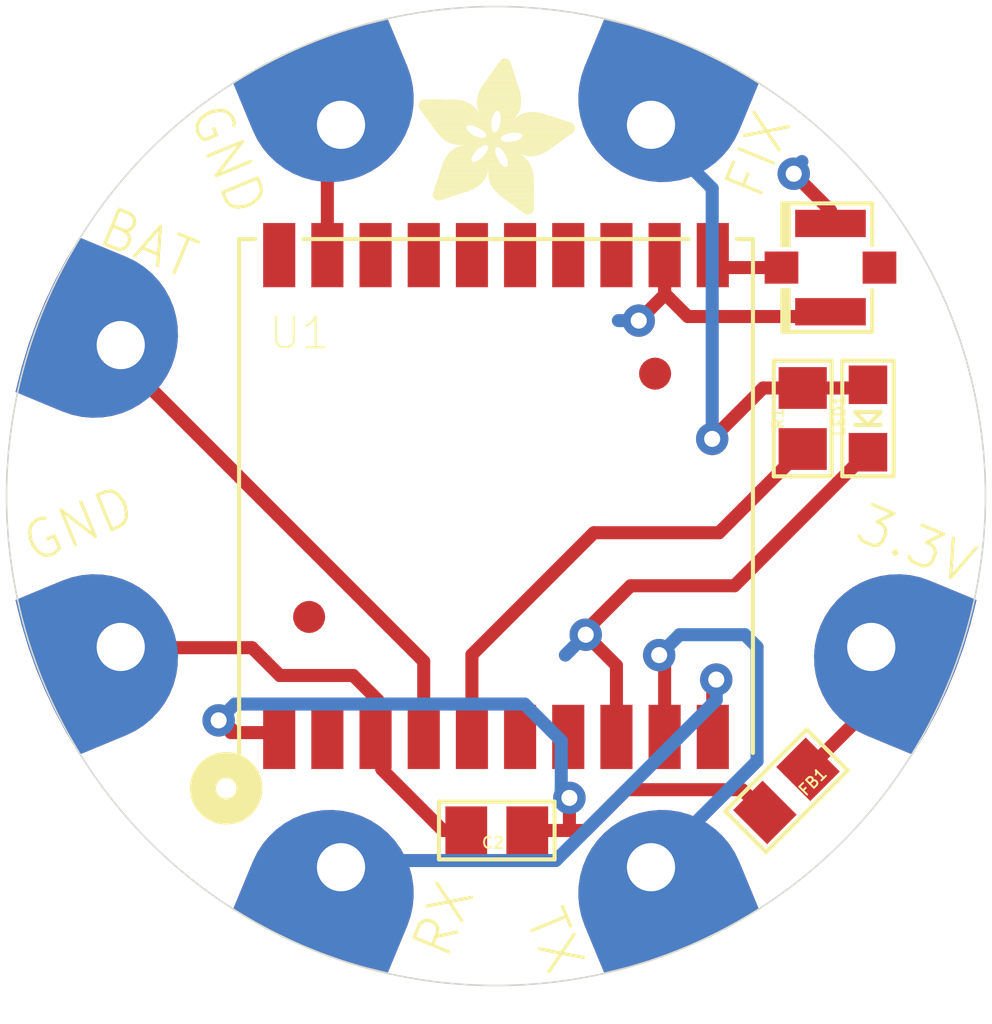
<source format=kicad_pcb>
(kicad_pcb (version 20211014) (generator pcbnew)
  (layers (0 "F.Cu" signal) (31 "B.Cu" signal) (34 "B.Paste" user) (35 "F.Paste" user) (36 "B.SilkS" user "B.Silkscreen") (37 "F.SilkS" user "F.Silkscreen") (38 "B.Mask" user) (39 "F.Mask" user) (44 "Edge.Cuts" user))
  (net 0 "")
  (net 1 "GND")
  (net 2 "3.3V")
  (net 3 "N$3")
  (net 4 "VBACKUP")
  (net 5 "N$4")
  (net 6 "N$1")
  (net 7 "N$2")
  (net 8 "RX")
  (net 9 "TX")
  (footprint "boardEagle:SEWINGTAP_2.0" (layer "F.Cu") (at 143.6751 116.5606 157.5)
    (fp_text reference "RX0" hide)
    (fp_text value "SEWTAP-2.0IN" hide)
    (fp_poly (pts (xy 1.097845 -2.657662) (xy 1.826708 -2.584729) (xy 2.6035 -2.467646) (xy 2.6035 -0.887081) (xy 2.584633 -0.575169) (xy 2.527959 -0.265914) (xy 2.434423 0.034255) (xy 2.305387 0.320961) (xy 2.142734 0.590022) (xy 1.948834 0.837517) (xy 1.726517 1.059834) (xy 1.479022 1.253734) (xy 1.209961 1.416387) (xy 0.923255 1.545423) (xy 0.623086 1.638959) (xy 0.313831 1.695633) (xy 0 1.714616) (xy -0.313831 1.695633) (xy -0.623086 1.638959) (xy -0.923255 1.545423) (xy -1.209961 1.416387) (xy -1.479022 1.253734) (xy -1.726517 1.059834) (xy -1.948834 0.837517) (xy -2.142734 0.590022) (xy -2.305387 0.320961) (xy -2.434423 0.034255) (xy -2.527959 -0.265914) (xy -2.584633 -0.575169) (xy -2.6035 -0.887081) (xy -2.6035 -2.467646) (xy -1.826708 -2.584729) (xy -1.097845 -2.657662) (xy -0.366252 -2.694174) (xy 0.366252 -2.694174)) (layer "F.Cu") (width 0) (fill solid))
    (fp_poly (pts (xy 1.097845 -2.657662) (xy 1.826708 -2.584729) (xy 2.6035 -2.467646) (xy 2.6035 -0.887081) (xy 2.584633 -0.575169) (xy 2.527959 -0.265914) (xy 2.434423 0.034255) (xy 2.305387 0.320961) (xy 2.142734 0.590022) (xy 1.948834 0.837517) (xy 1.726517 1.059834) (xy 1.479022 1.253734) (xy 1.209961 1.416387) (xy 0.923255 1.545423) (xy 0.623086 1.638959) (xy 0.313831 1.695633) (xy 0 1.714616) (xy -0.313831 1.695633) (xy -0.623086 1.638959) (xy -0.923255 1.545423) (xy -1.209961 1.416387) (xy -1.479022 1.253734) (xy -1.726517 1.059834) (xy -1.948834 0.837517) (xy -2.142734 0.590022) (xy -2.305387 0.320961) (xy -2.434423 0.034255) (xy -2.527959 -0.265914) (xy -2.584633 -0.575169) (xy -2.6035 -0.887081) (xy -2.6035 -2.467646) (xy -1.826708 -2.584729) (xy -1.097845 -2.657662) (xy -0.366252 -2.694174) (xy 0.366252 -2.694174)) (layer "B.Cu") (width 0) (fill solid))
    (pad "P$1" thru_hole circle (at 0 0 157.5) (size 2.54 2.54) (drill 1.5) (layers *.Cu *.Mask) (net 8 "RX"))
  )
  (footprint "boardEagle:CHIPLED_0805" (layer "F.Cu") (at 160.0821 102.5906 180)
    (fp_text reference "LED1" (at 0.889 0.762 90) (layer "F.SilkS") (effects (font (size 0.346578 0.346578) (thickness 0.059822)) (justify right)))
    (fp_text value "FIX")
    (pad "A" smd rect (at 0 1.05 180) (size 1.2 1.2) (layers "F.Cu" "F.Paste" "F.Mask") (net 6 "N$1"))
    (pad "C" smd rect (at 0 -1.05 180) (size 1.2 1.2) (layers "F.Cu" "F.Paste" "F.Mask") (net 1 "GND"))
  )
  (footprint "boardEagle:SEWINGTAP_2.0" (layer "F.Cu") (at 153.3271 116.5606 -157.5)
    (fp_text reference "TX0" hide)
    (fp_text value "SEWTAP-2.0IN" hide)
    (fp_poly (pts (xy 1.097845 -2.657662) (xy 1.826708 -2.584729) (xy 2.6035 -2.467646) (xy 2.6035 -0.887081) (xy 2.584633 -0.575169) (xy 2.527959 -0.265914) (xy 2.434423 0.034255) (xy 2.305387 0.320961) (xy 2.142734 0.590022) (xy 1.948834 0.837517) (xy 1.726517 1.059834) (xy 1.479022 1.253734) (xy 1.209961 1.416387) (xy 0.923255 1.545423) (xy 0.623086 1.638959) (xy 0.313831 1.695633) (xy 0 1.714616) (xy -0.313831 1.695633) (xy -0.623086 1.638959) (xy -0.923255 1.545423) (xy -1.209961 1.416387) (xy -1.479022 1.253734) (xy -1.726517 1.059834) (xy -1.948834 0.837517) (xy -2.142734 0.590022) (xy -2.305387 0.320961) (xy -2.434423 0.034255) (xy -2.527959 -0.265914) (xy -2.584633 -0.575169) (xy -2.6035 -0.887081) (xy -2.6035 -2.467646) (xy -1.826708 -2.584729) (xy -1.097845 -2.657662) (xy -0.366252 -2.694174) (xy 0.366252 -2.694174)) (layer "F.Cu") (width 0) (fill solid))
    (fp_poly (pts (xy 1.097845 -2.657662) (xy 1.826708 -2.584729) (xy 2.6035 -2.467646) (xy 2.6035 -0.887081) (xy 2.584633 -0.575169) (xy 2.527959 -0.265914) (xy 2.434423 0.034255) (xy 2.305387 0.320961) (xy 2.142734 0.590022) (xy 1.948834 0.837517) (xy 1.726517 1.059834) (xy 1.479022 1.253734) (xy 1.209961 1.416387) (xy 0.923255 1.545423) (xy 0.623086 1.638959) (xy 0.313831 1.695633) (xy 0 1.714616) (xy -0.313831 1.695633) (xy -0.623086 1.638959) (xy -0.923255 1.545423) (xy -1.209961 1.416387) (xy -1.479022 1.253734) (xy -1.726517 1.059834) (xy -1.948834 0.837517) (xy -2.142734 0.590022) (xy -2.305387 0.320961) (xy -2.434423 0.034255) (xy -2.527959 -0.265914) (xy -2.584633 -0.575169) (xy -2.6035 -0.887081) (xy -2.6035 -2.467646) (xy -1.826708 -2.584729) (xy -1.097845 -2.657662) (xy -0.366252 -2.694174) (xy 0.366252 -2.694174)) (layer "B.Cu") (width 0) (fill solid))
    (pad "P$1" thru_hole circle (at 0 0 202.5) (size 2.54 2.54) (drill 1.5) (layers *.Cu *.Mask) (net 9 "TX"))
  )
  (footprint "boardEagle:SEWINGTAP_2.0" (layer "F.Cu") (at 136.8171 109.7026 112.5)
    (fp_text reference "GND0" hide)
    (fp_text value "SEWTAP-2.0IN" hide)
    (fp_poly (pts (xy 1.097845 -2.657662) (xy 1.826708 -2.584729) (xy 2.6035 -2.467646) (xy 2.6035 -0.887081) (xy 2.584633 -0.575169) (xy 2.527959 -0.265914) (xy 2.434423 0.034255) (xy 2.305387 0.320961) (xy 2.142734 0.590022) (xy 1.948834 0.837517) (xy 1.726517 1.059834) (xy 1.479022 1.253734) (xy 1.209961 1.416387) (xy 0.923255 1.545423) (xy 0.623086 1.638959) (xy 0.313831 1.695633) (xy 0 1.714616) (xy -0.313831 1.695633) (xy -0.623086 1.638959) (xy -0.923255 1.545423) (xy -1.209961 1.416387) (xy -1.479022 1.253734) (xy -1.726517 1.059834) (xy -1.948834 0.837517) (xy -2.142734 0.590022) (xy -2.305387 0.320961) (xy -2.434423 0.034255) (xy -2.527959 -0.265914) (xy -2.584633 -0.575169) (xy -2.6035 -0.887081) (xy -2.6035 -2.467646) (xy -1.826708 -2.584729) (xy -1.097845 -2.657662) (xy -0.366252 -2.694174) (xy 0.366252 -2.694174)) (layer "F.Cu") (width 0) (fill solid))
    (fp_poly (pts (xy 1.097845 -2.657662) (xy 1.826708 -2.584729) (xy 2.6035 -2.467646) (xy 2.6035 -0.887081) (xy 2.584633 -0.575169) (xy 2.527959 -0.265914) (xy 2.434423 0.034255) (xy 2.305387 0.320961) (xy 2.142734 0.590022) (xy 1.948834 0.837517) (xy 1.726517 1.059834) (xy 1.479022 1.253734) (xy 1.209961 1.416387) (xy 0.923255 1.545423) (xy 0.623086 1.638959) (xy 0.313831 1.695633) (xy 0 1.714616) (xy -0.313831 1.695633) (xy -0.623086 1.638959) (xy -0.923255 1.545423) (xy -1.209961 1.416387) (xy -1.479022 1.253734) (xy -1.726517 1.059834) (xy -1.948834 0.837517) (xy -2.142734 0.590022) (xy -2.305387 0.320961) (xy -2.434423 0.034255) (xy -2.527959 -0.265914) (xy -2.584633 -0.575169) (xy -2.6035 -0.887081) (xy -2.6035 -2.467646) (xy -1.826708 -2.584729) (xy -1.097845 -2.657662) (xy -0.366252 -2.694174) (xy 0.366252 -2.694174)) (layer "B.Cu") (width 0) (fill solid))
    (pad "P$1" thru_hole circle (at 0 0 112.5) (size 2.54 2.54) (drill 1.5) (layers *.Cu *.Mask) (net 1 "GND"))
  )
  (footprint "boardEagle:0805" (layer "F.Cu") (at 157.544093 114.183234 -135)
    (fp_text reference "FB1" (at -0.254002 -0.380998 -135) (layer "F.SilkS") (effects (font (size 0.346578 0.346578) (thickness 0.059822)) (justify left)))
    (fp_text value "Ferrite")
    (pad "1" smd rect (at -0.95 0 225) (size 1.3 1.5) (layers "F.Cu" "F.Paste" "F.Mask") (net 3 "N$3"))
    (pad "2" smd rect (at 0.95 0 225) (size 1.3 1.5) (layers "F.Cu" "F.Paste" "F.Mask") (net 2 "3.3V"))
  )
  (footprint "boardEagle:0805" (layer "F.Cu") (at 158.0501 102.5906 -90)
    (fp_text reference "R1" (at -0.381 0.762 90) (layer "F.SilkS") (effects (font (size 0.346578 0.346578) (thickness 0.059822)) (justify right)))
    (fp_text value "1K")
    (pad "1" smd rect (at -0.95 0 270) (size 1.3 1.5) (layers "F.Cu" "F.Paste" "F.Mask") (net 6 "N$1"))
    (pad "2" smd rect (at 0.95 0 270) (size 1.3 1.5) (layers "F.Cu" "F.Paste" "F.Mask") (net 7 "N$2"))
  )
  (footprint "boardEagle:U.FL" (layer "F.Cu") (at 158.9151 97.8916 180)
    (fp_text reference "U$20" hide)
    (fp_text value "U.FL" hide)
    (pad "P$1" smd rect (at 0 -1.375 180) (size 2.2 0.85) (layers "F.Cu" "F.Paste" "F.Mask") (net 1 "GND"))
    (pad "P$2" smd rect (at 0 1.375 180) (size 2.2 0.85) (layers "F.Cu" "F.Paste" "F.Mask") (net 1 "GND"))
    (pad "P$3" smd rect (at 1.525 0 180) (size 1.05 1) (layers "F.Cu" "F.Paste" "F.Mask") (net 5 "N$4"))
    (pad "P$4" smd rect (at -1.525 0 180) (size 1.05 1) (layers "F.Cu" "F.Paste" "F.Mask"))
  )
  (footprint "boardEagle:FGPMMOPA6H" (layer "F.Cu") (at 148.5011 105.0036 90)
    (fp_text reference "U1" (at 5.071 -7.111) (layer "F.SilkS") (effects (font (size 0.956178 0.956178) (thickness 0.059822)) (justify left)))
    (fp_text value "FGPMMOPA6H")
    (pad "" np_thru_hole circle (at 0.5 -0.85 90) (size 3 3) (drill 3) (layers *.Cu *.Mask))
    (pad "P$1" smd rect (at -7.5 -6.75 90) (size 2 1) (layers "F.Cu" "F.Paste" "F.Mask") (net 2 "3.3V"))
    (pad "P$2" smd rect (at -7.5 -5.25 90) (size 2 1) (layers "F.Cu" "F.Paste" "F.Mask"))
    (pad "P$3" smd rect (at -7.5 -3.75 90) (size 2 1) (layers "F.Cu" "F.Paste" "F.Mask") (net 1 "GND"))
    (pad "P$4" smd rect (at -7.5 -2.25 90) (size 2 1) (layers "F.Cu" "F.Paste" "F.Mask") (net 4 "VBACKUP"))
    (pad "P$5" smd rect (at -7.5 -0.75 90) (size 2 1) (layers "F.Cu" "F.Paste" "F.Mask") (net 7 "N$2"))
    (pad "P$6" smd rect (at -7.5 0.75 90) (size 2 1) (layers "F.Cu" "F.Paste" "F.Mask"))
    (pad "P$7" smd rect (at -7.5 2.25 90) (size 2 1) (layers "F.Cu" "F.Paste" "F.Mask"))
    (pad "P$8" smd rect (at -7.5 3.75 90) (size 2 1) (layers "F.Cu" "F.Paste" "F.Mask") (net 1 "GND"))
    (pad "P$9" smd rect (at -7.5 5.25 90) (size 2 1) (layers "F.Cu" "F.Paste" "F.Mask") (net 9 "TX"))
    (pad "P$10" smd rect (at -7.5 6.75 90) (size 2 1) (layers "F.Cu" "F.Paste" "F.Mask") (net 8 "RX"))
    (pad "P$11" smd rect (at 7.5 6.75 270) (size 2 1) (layers "F.Cu" "F.Paste" "F.Mask") (net 5 "N$4"))
    (pad "P$12" smd rect (at 7.5 5.25 270) (size 2 1) (layers "F.Cu" "F.Paste" "F.Mask") (net 1 "GND"))
    (pad "P$13" smd rect (at 7.5 3.75 270) (size 2 1) (layers "F.Cu" "F.Paste" "F.Mask"))
    (pad "P$14" smd rect (at 7.5 2.25 270) (size 2 1) (layers "F.Cu" "F.Paste" "F.Mask"))
    (pad "P$15" smd rect (at 7.5 0.75 270) (size 2 1) (layers "F.Cu" "F.Paste" "F.Mask"))
    (pad "P$16" smd rect (at 7.5 -0.75 270) (size 2 1) (layers "F.Cu" "F.Paste" "F.Mask"))
    (pad "P$17" smd rect (at 7.5 -2.25 270) (size 2 1) (layers "F.Cu" "F.Paste" "F.Mask"))
    (pad "P$18" smd rect (at 7.5 -3.75 270) (size 2 1) (layers "F.Cu" "F.Paste" "F.Mask"))
    (pad "P$19" smd rect (at 7.5 -5.25 270) (size 2 1) (layers "F.Cu" "F.Paste" "F.Mask") (net 1 "GND"))
    (pad "P$20" smd rect (at 7.5 -6.75 270) (size 2 1) (layers "F.Cu" "F.Paste" "F.Mask"))
  )
  (footprint "boardEagle:FIDUCIAL_1MM" (layer "F.Cu") (at 142.6821 108.7686)
    (fp_text reference "FID2" hide)
    (fp_text value "FIDUCIAL\"\"" hide)
    (pad "1" smd roundrect (at 0 0) (size 1 1) (layers "F.Cu") (roundrect_rratio 0.5))
  )
  (footprint "boardEagle:SEWINGTAP_2.0" (layer "F.Cu") (at 160.1851 109.7026 -112.5)
    (fp_text reference "UNK3V3IN0" hide)
    (fp_text value "SEWTAP-2.0IN" hide)
    (fp_poly (pts (xy 1.097845 -2.657662) (xy 1.826708 -2.584729) (xy 2.6035 -2.467646) (xy 2.6035 -0.887081) (xy 2.584633 -0.575169) (xy 2.527959 -0.265914) (xy 2.434423 0.034255) (xy 2.305387 0.320961) (xy 2.142734 0.590022) (xy 1.948834 0.837517) (xy 1.726517 1.059834) (xy 1.479022 1.253734) (xy 1.209961 1.416387) (xy 0.923255 1.545423) (xy 0.623086 1.638959) (xy 0.313831 1.695633) (xy 0 1.714616) (xy -0.313831 1.695633) (xy -0.623086 1.638959) (xy -0.923255 1.545423) (xy -1.209961 1.416387) (xy -1.479022 1.253734) (xy -1.726517 1.059834) (xy -1.948834 0.837517) (xy -2.142734 0.590022) (xy -2.305387 0.320961) (xy -2.434423 0.034255) (xy -2.527959 -0.265914) (xy -2.584633 -0.575169) (xy -2.6035 -0.887081) (xy -2.6035 -2.467646) (xy -1.826708 -2.584729) (xy -1.097845 -2.657662) (xy -0.366252 -2.694174) (xy 0.366252 -2.694174)) (layer "F.Cu") (width 0) (fill solid))
    (fp_poly (pts (xy 1.097845 -2.657662) (xy 1.826708 -2.584729) (xy 2.6035 -2.467646) (xy 2.6035 -0.887081) (xy 2.584633 -0.575169) (xy 2.527959 -0.265914) (xy 2.434423 0.034255) (xy 2.305387 0.320961) (xy 2.142734 0.590022) (xy 1.948834 0.837517) (xy 1.726517 1.059834) (xy 1.479022 1.253734) (xy 1.209961 1.416387) (xy 0.923255 1.545423) (xy 0.623086 1.638959) (xy 0.313831 1.695633) (xy 0 1.714616) (xy -0.313831 1.695633) (xy -0.623086 1.638959) (xy -0.923255 1.545423) (xy -1.209961 1.416387) (xy -1.479022 1.253734) (xy -1.726517 1.059834) (xy -1.948834 0.837517) (xy -2.142734 0.590022) (xy -2.305387 0.320961) (xy -2.434423 0.034255) (xy -2.527959 -0.265914) (xy -2.584633 -0.575169) (xy -2.6035 -0.887081) (xy -2.6035 -2.467646) (xy -1.826708 -2.584729) (xy -1.097845 -2.657662) (xy -0.366252 -2.694174) (xy 0.366252 -2.694174)) (layer "B.Cu") (width 0) (fill solid))
    (pad "P$1" thru_hole circle (at 0 0 247.5) (size 2.54 2.54) (drill 1.5) (layers *.Cu *.Mask) (net 3 "N$3"))
  )
  (footprint "boardEagle:FIDUCIAL_1MM" (layer "F.Cu") (at 153.4541 101.1936)
    (fp_text reference "FID1" hide)
    (fp_text value "FIDUCIAL\"\"" hide)
    (pad "1" smd roundrect (at 0 0) (size 1 1) (layers "F.Cu") (roundrect_rratio 0.5))
  )
  (footprint "boardEagle:0805" (layer "F.Cu") (at 148.5251 115.4176 180)
    (fp_text reference "C2" (at -0.254 -0.381) (layer "F.SilkS") (effects (font (size 0.346578 0.346578) (thickness 0.059822)) (justify right)))
    (fp_text value "10uF")
    (pad "1" smd rect (at -0.95 0 180) (size 1.3 1.5) (layers "F.Cu" "F.Paste" "F.Mask") (net 2 "3.3V"))
    (pad "2" smd rect (at 0.95 0 180) (size 1.3 1.5) (layers "F.Cu" "F.Paste" "F.Mask") (net 1 "GND"))
  )
  (footprint "boardEagle:SEWINGTAP_2.0" (layer "F.Cu") (at 143.6751 93.4466 22.5)
    (fp_text reference "GND1" hide)
    (fp_text value "SEWTAP-2.0IN" hide)
    (fp_poly (pts (xy 1.097845 -2.657662) (xy 1.826708 -2.584729) (xy 2.6035 -2.467646) (xy 2.6035 -0.887081) (xy 2.584633 -0.575169) (xy 2.527959 -0.265914) (xy 2.434423 0.034255) (xy 2.305387 0.320961) (xy 2.142734 0.590022) (xy 1.948834 0.837517) (xy 1.726517 1.059834) (xy 1.479022 1.253734) (xy 1.209961 1.416387) (xy 0.923255 1.545423) (xy 0.623086 1.638959) (xy 0.313831 1.695633) (xy 0 1.714616) (xy -0.313831 1.695633) (xy -0.623086 1.638959) (xy -0.923255 1.545423) (xy -1.209961 1.416387) (xy -1.479022 1.253734) (xy -1.726517 1.059834) (xy -1.948834 0.837517) (xy -2.142734 0.590022) (xy -2.305387 0.320961) (xy -2.434423 0.034255) (xy -2.527959 -0.265914) (xy -2.584633 -0.575169) (xy -2.6035 -0.887081) (xy -2.6035 -2.467646) (xy -1.826708 -2.584729) (xy -1.097845 -2.657662) (xy -0.366252 -2.694174) (xy 0.366252 -2.694174)) (layer "F.Cu") (width 0) (fill solid))
    (fp_poly (pts (xy 1.097845 -2.657662) (xy 1.826708 -2.584729) (xy 2.6035 -2.467646) (xy 2.6035 -0.887081) (xy 2.584633 -0.575169) (xy 2.527959 -0.265914) (xy 2.434423 0.034255) (xy 2.305387 0.320961) (xy 2.142734 0.590022) (xy 1.948834 0.837517) (xy 1.726517 1.059834) (xy 1.479022 1.253734) (xy 1.209961 1.416387) (xy 0.923255 1.545423) (xy 0.623086 1.638959) (xy 0.313831 1.695633) (xy 0 1.714616) (xy -0.313831 1.695633) (xy -0.623086 1.638959) (xy -0.923255 1.545423) (xy -1.209961 1.416387) (xy -1.479022 1.253734) (xy -1.726517 1.059834) (xy -1.948834 0.837517) (xy -2.142734 0.590022) (xy -2.305387 0.320961) (xy -2.434423 0.034255) (xy -2.527959 -0.265914) (xy -2.584633 -0.575169) (xy -2.6035 -0.887081) (xy -2.6035 -2.467646) (xy -1.826708 -2.584729) (xy -1.097845 -2.657662) (xy -0.366252 -2.694174) (xy 0.366252 -2.694174)) (layer "B.Cu") (width 0) (fill solid))
    (pad "P$1" thru_hole circle (at 0 0 22.5) (size 2.54 2.54) (drill 1.5) (layers *.Cu *.Mask) (net 1 "GND"))
  )
  (footprint "boardEagle:SEWINGTAP_2.0" (layer "F.Cu") (at 136.8171 100.3046 67.5)
    (fp_text reference "TP1" hide)
    (fp_text value "SEWTAP-2.0IN" hide)
    (fp_poly (pts (xy 1.097845 -2.657662) (xy 1.826708 -2.584729) (xy 2.6035 -2.467646) (xy 2.6035 -0.887081) (xy 2.584633 -0.575169) (xy 2.527959 -0.265914) (xy 2.434423 0.034255) (xy 2.305387 0.320961) (xy 2.142734 0.590022) (xy 1.948834 0.837517) (xy 1.726517 1.059834) (xy 1.479022 1.253734) (xy 1.209961 1.416387) (xy 0.923255 1.545423) (xy 0.623086 1.638959) (xy 0.313831 1.695633) (xy 0 1.714616) (xy -0.313831 1.695633) (xy -0.623086 1.638959) (xy -0.923255 1.545423) (xy -1.209961 1.416387) (xy -1.479022 1.253734) (xy -1.726517 1.059834) (xy -1.948834 0.837517) (xy -2.142734 0.590022) (xy -2.305387 0.320961) (xy -2.434423 0.034255) (xy -2.527959 -0.265914) (xy -2.584633 -0.575169) (xy -2.6035 -0.887081) (xy -2.6035 -2.467646) (xy -1.826708 -2.584729) (xy -1.097845 -2.657662) (xy -0.366252 -2.694174) (xy 0.366252 -2.694174)) (layer "F.Cu") (width 0) (fill solid))
    (fp_poly (pts (xy 1.097845 -2.657662) (xy 1.826708 -2.584729) (xy 2.6035 -2.467646) (xy 2.6035 -0.887081) (xy 2.584633 -0.575169) (xy 2.527959 -0.265914) (xy 2.434423 0.034255) (xy 2.305387 0.320961) (xy 2.142734 0.590022) (xy 1.948834 0.837517) (xy 1.726517 1.059834) (xy 1.479022 1.253734) (xy 1.209961 1.416387) (xy 0.923255 1.545423) (xy 0.623086 1.638959) (xy 0.313831 1.695633) (xy 0 1.714616) (xy -0.313831 1.695633) (xy -0.623086 1.638959) (xy -0.923255 1.545423) (xy -1.209961 1.416387) (xy -1.479022 1.253734) (xy -1.726517 1.059834) (xy -1.948834 0.837517) (xy -2.142734 0.590022) (xy -2.305387 0.320961) (xy -2.434423 0.034255) (xy -2.527959 -0.265914) (xy -2.584633 -0.575169) (xy -2.6035 -0.887081) (xy -2.6035 -2.467646) (xy -1.826708 -2.584729) (xy -1.097845 -2.657662) (xy -0.366252 -2.694174) (xy 0.366252 -2.694174)) (layer "B.Cu") (width 0) (fill solid))
    (pad "P$1" thru_hole circle (at 0 0 67.5) (size 2.54 2.54) (drill 1.5) (layers *.Cu *.Mask) (net 4 "VBACKUP"))
  )
  (footprint "boardEagle:SEWINGTAP_2.0" (layer "F.Cu") (at 153.3271 93.4466 -22.5)
    (fp_text reference "TP4" hide)
    (fp_text value "SEWTAP-2.0IN" hide)
    (fp_poly (pts (xy 1.097845 -2.657662) (xy 1.826708 -2.584729) (xy 2.6035 -2.467646) (xy 2.6035 -0.887081) (xy 2.584633 -0.575169) (xy 2.527959 -0.265914) (xy 2.434423 0.034255) (xy 2.305387 0.320961) (xy 2.142734 0.590022) (xy 1.948834 0.837517) (xy 1.726517 1.059834) (xy 1.479022 1.253734) (xy 1.209961 1.416387) (xy 0.923255 1.545423) (xy 0.623086 1.638959) (xy 0.313831 1.695633) (xy 0 1.714616) (xy -0.313831 1.695633) (xy -0.623086 1.638959) (xy -0.923255 1.545423) (xy -1.209961 1.416387) (xy -1.479022 1.253734) (xy -1.726517 1.059834) (xy -1.948834 0.837517) (xy -2.142734 0.590022) (xy -2.305387 0.320961) (xy -2.434423 0.034255) (xy -2.527959 -0.265914) (xy -2.584633 -0.575169) (xy -2.6035 -0.887081) (xy -2.6035 -2.467646) (xy -1.826708 -2.584729) (xy -1.097845 -2.657662) (xy -0.366252 -2.694174) (xy 0.366252 -2.694174)) (layer "F.Cu") (width 0) (fill solid))
    (fp_poly (pts (xy 1.097845 -2.657662) (xy 1.826708 -2.584729) (xy 2.6035 -2.467646) (xy 2.6035 -0.887081) (xy 2.584633 -0.575169) (xy 2.527959 -0.265914) (xy 2.434423 0.034255) (xy 2.305387 0.320961) (xy 2.142734 0.590022) (xy 1.948834 0.837517) (xy 1.726517 1.059834) (xy 1.479022 1.253734) (xy 1.209961 1.416387) (xy 0.923255 1.545423) (xy 0.623086 1.638959) (xy 0.313831 1.695633) (xy 0 1.714616) (xy -0.313831 1.695633) (xy -0.623086 1.638959) (xy -0.923255 1.545423) (xy -1.209961 1.416387) (xy -1.479022 1.253734) (xy -1.726517 1.059834) (xy -1.948834 0.837517) (xy -2.142734 0.590022) (xy -2.305387 0.320961) (xy -2.434423 0.034255) (xy -2.527959 -0.265914) (xy -2.584633 -0.575169) (xy -2.6035 -0.887081) (xy -2.6035 -2.467646) (xy -1.826708 -2.584729) (xy -1.097845 -2.657662) (xy -0.366252 -2.694174) (xy 0.366252 -2.694174)) (layer "B.Cu") (width 0) (fill solid))
    (pad "P$1" thru_hole circle (at 0 0 337.5) (size 2.54 2.54) (drill 1.5) (layers *.Cu *.Mask) (net 6 "N$1"))
  )
  (footprint "boardEagle:ADAFRUIT_5MM" (layer "F.Cu") (at 146.0881 96.2406)
    (fp_text reference "U$6" hide)
    (fp_text value "" hide)
  )
  (footprint "boardEagle:FLORASMALL" (layer "B.Cu") (at 158.0261 97.2566 -90)
    (fp_text reference "U$7" hide)
    (fp_text value "" hide)
  )
  (gr_arc (start 148.5011 89.7636) (mid 159.277407 94.227293) (end 163.7411 105.0036) (layer "Edge.Cuts") (width 0.05))
  (gr_arc (start 148.5011 120.2436) (mid 137.724793 115.779907) (end 133.2611 105.0036) (layer "Edge.Cuts") (width 0.05))
  (gr_arc (start 133.2611 105.0036) (mid 137.724793 94.227293) (end 148.5011 89.7636) (layer "Edge.Cuts") (width 0.05))
  (gr_arc (start 163.7411 105.0036) (mid 159.277407 115.779907) (end 148.5011 120.2436) (layer "Edge.Cuts") (width 0.05))
  (gr_text "TX" (at 151.362237 119.5686 292.5) (layer "F.SilkS") (effects (font (size 1.1684 1.1684) (thickness 0.1016)) (justify right top)))
  (gr_text "GND" (at 134.063629 107.232393 22.5) (layer "F.SilkS") (effects (font (size 1.1684 1.1684) (thickness 0.1016)) (justify left bottom)))
  (gr_text "GND" (at 141.486835 95.966472 292.5) (layer "F.SilkS") (effects (font (size 1.1684 1.1684) (thickness 0.1016)) (justify right top)))
  (gr_text "3.3V" (at 163.644956 106.633403 337.5) (layer "F.SilkS") (effects (font (size 1.1684 1.1684) (thickness 0.1016)) (justify right top)))
  (gr_text "FIX" (at 156.767093 95.938266 67.5) (layer "F.SilkS") (effects (font (size 1.1684 1.1684) (thickness 0.1016)) (justify left bottom)))
  (gr_text "BAT" (at 135.946904 97.1586 337.5) (layer "F.SilkS") (effects (font (size 1.1684 1.1684) (thickness 0.1016)) (justify left bottom)))
  (gr_text "RX" (at 147.035904 119.570462 67.5) (layer "F.SilkS") (effects (font (size 1.1684 1.1684) (thickness 0.1016)) (justify left bottom)))
  (segment (start 140.903988 109.725487) (end 141.7701 110.5916) (width 0.4064) (layer "F.Cu") (net 1))
  (segment (start 143.2511 93.4466) (end 143.6751 93.4466) (width 0.4064) (layer "F.Cu") (net 1))
  (segment (start 144.0561 110.5916) (end 144.8181 111.3536) (width 0.4064) (layer "F.Cu") (net 1))
  (segment (start 147.5751 115.4176) (end 146.8501 115.4176) (width 0.4064) (layer "F.Cu") (net 1))
  (segment (start 141.7701 110.5916) (end 144.0561 110.5916) (width 0.4064) (layer "F.Cu") (net 1))
  (segment (start 158.9151 96.5166) (end 158.9151 96.1136) (width 0.4064) (layer "F.Cu") (net 1))
  (segment (start 158.9151 99.4156) (end 158.9151 99.2666) (width 0.4064) (layer "F.Cu") (net 1))
  (segment (start 144.9451 112.6976) (end 144.7511 112.5036) (width 0.4064) (layer "F.Cu") (net 1))
  (segment (start 136.8171 109.725487) (end 136.8171 109.7026) (width 0.4064) (layer "F.Cu") (net 1))
  (segment (start 160.0821 103.6406) (end 155.9251 107.7976) (width 0.4064) (layer "F.Cu") (net 1))
  (segment (start 152.6921 107.7976) (end 151.2951 109.1946) (width 0.4064) (layer "F.Cu") (net 1))
  (segment (start 153.7511 98.7376) (end 152.9461 99.5426) (width 0.4064) (layer "F.Cu") (net 1))
  (segment (start 144.8181 112.4366) (end 144.7511 112.5036) (width 0.4064) (layer "F.Cu") (net 1))
  (segment (start 153.7511 98.6966) (end 153.7511 97.5036) (width 0.4064) (layer "F.Cu") (net 1))
  (segment (start 153.7511 97.5036) (end 153.7511 98.7376) (width 0.4064) (layer "F.Cu") (net 1))
  (segment (start 152.2511 110.2776) (end 151.2951 109.3216) (width 0.4064) (layer "F.Cu") (net 1))
  (segment (start 143.2511 97.5036) (end 143.2511 93.4466) (width 0.4064) (layer "F.Cu") (net 1))
  (segment (start 155.9251 107.7976) (end 152.6921 107.7976) (width 0.4064) (layer "F.Cu") (net 1))
  (segment (start 144.8181 111.3536) (end 144.8181 112.4366) (width 0.4064) (layer "F.Cu") (net 1))
  (segment (start 151.2951 109.1946) (end 151.2951 109.3216) (width 0.4064) (layer "F.Cu") (net 1))
  (segment (start 146.8501 115.4176) (end 144.9451 113.5126) (width 0.4064) (layer "F.Cu") (net 1))
  (segment (start 140.903988 109.725487) (end 136.8171 109.725487) (width 0.4064) (layer "F.Cu") (net 1))
  (segment (start 158.9151 96.1136) (end 157.7721 94.9706) (width 0.4064) (layer "F.Cu") (net 1))
  (segment (start 154.4701 99.4156) (end 153.7511 98.6966) (width 0.4064) (layer "F.Cu") (net 1))
  (segment (start 144.9451 113.5126) (end 144.9451 112.6976) (width 0.4064) (layer "F.Cu") (net 1))
  (segment (start 158.9151 99.4156) (end 154.4701 99.4156) (width 0.4064) (layer "F.Cu") (net 1))
  (segment (start 152.2511 112.5036) (end 152.2511 110.2776) (width 0.4064) (layer "F.Cu") (net 1))
  (via (at 157.7721 94.9706) (size 1.008) (drill 0.5) (layers "F.Cu" "B.Cu") (net 1))
  (via (at 152.9461 99.5426) (size 1.008) (drill 0.5) (layers "F.Cu" "B.Cu") (net 1))
  (via (at 151.2951 109.3216) (size 1.008) (drill 0.5) (layers "F.Cu" "B.Cu") (net 1))
  (segment (start 152.9461 99.5426) (end 152.3111 99.5426) (width 0.4064) (layer "B.Cu") (net 1))
  (segment (start 157.7721 94.8436) (end 158.0261 94.5896) (width 0.4064) (layer "B.Cu") (net 1))
  (segment (start 157.7721 94.9706) (end 157.7721 94.8436) (width 0.4064) (layer "B.Cu") (net 1))
  (segment (start 151.2951 109.3216) (end 150.6601 109.9566) (width 0.4064) (layer "B.Cu") (net 1))
  (segment (start 141.7511 112.5036) (end 141.6171 112.3696) (width 0.4064) (layer "F.Cu") (net 2))
  (segment (start 156.164956 114.1476) (end 152.5651 114.1476) (width 0.4064) (layer "F.Cu") (net 2))
  (segment (start 139.9921 111.9886) (end 140.3731 112.3696) (width 0.4064) (layer "F.Cu") (net 2))
  (segment (start 152.5651 114.1476) (end 151.2951 115.4176) (width 0.4064) (layer "F.Cu") (net 2))
  (segment (start 150.7871 114.4016) (end 150.7871 115.2906) (width 0.4064) (layer "F.Cu") (net 2))
  (segment (start 150.6601 115.4176) (end 149.4751 115.4176) (width 0.4064) (layer "F.Cu") (net 2))
  (segment (start 156.87234 114.854984) (end 156.164956 114.1476) (width 0.4064) (layer "F.Cu") (net 2))
  (segment (start 151.2951 115.4176) (end 150.6601 115.4176) (width 0.4064) (layer "F.Cu") (net 2))
  (segment (start 141.6171 112.3696) (end 140.3731 112.3696) (width 0.4064) (layer "F.Cu") (net 2))
  (segment (start 140.3731 112.3696) (end 140.2461 112.3696) (width 0.4064) (layer "F.Cu") (net 2))
  (segment (start 150.7871 115.2906) (end 150.6601 115.4176) (width 0.4064) (layer "F.Cu") (net 2))
  (segment (start 139.8651 111.9886) (end 139.9921 111.9886) (width 0.4064) (layer "F.Cu") (net 2))
  (via (at 139.8651 111.9886) (size 1.008) (drill 0.5) (layers "F.Cu" "B.Cu") (net 2))
  (via (at 150.7871 114.4016) (size 1.008) (drill 0.5) (layers "F.Cu" "B.Cu") (net 2))
  (segment (start 150.5331 114.1476) (end 150.7871 114.4016) (width 0.4064) (layer "B.Cu") (net 2))
  (segment (start 150.5331 112.6236) (end 150.5331 114.1476) (width 0.4064) (layer "B.Cu") (net 2))
  (segment (start 140.3731 111.4806) (end 149.3901 111.4806) (width 0.4064) (layer "B.Cu") (net 2))
  (segment (start 149.3901 111.4806) (end 150.5331 112.6236) (width 0.4064) (layer "B.Cu") (net 2))
  (segment (start 140.3731 111.4806) (end 139.8651 111.9886) (width 0.4064) (layer "B.Cu") (net 2))
  (segment (start 160.1851 111.542225) (end 160.1851 109.7026) (width 0.4064) (layer "F.Cu") (net 3))
  (segment (start 158.215843 113.511481) (end 160.1851 111.542225) (width 0.4064) (layer "F.Cu") (net 3))
  (segment (start 146.2511 110.150528) (end 136.8171 100.716529) (width 0.4064) (layer "F.Cu") (net 4))
  (segment (start 146.2511 112.5036) (end 146.2511 110.150528) (width 0.4064) (layer "F.Cu") (net 4))
  (segment (start 136.8171 100.716529) (end 136.8171 100.3046) (width 0.4064) (layer "F.Cu") (net 4))
  (segment (start 155.6391 97.8916) (end 155.2511 97.5036) (width 0.4064) (layer "F.Cu") (net 5))
  (segment (start 157.3901 97.8916) (end 155.6391 97.8916) (width 0.4064) (layer "F.Cu") (net 5))
  (segment (start 156.8171 101.6406) (end 155.2321 103.2256) (width 0.4064) (layer "F.Cu") (net 6))
  (segment (start 159.9821 101.6406) (end 160.0821 101.5406) (width 0.4064) (layer "F.Cu") (net 6))
  (segment (start 158.0501 101.6406) (end 159.9821 101.6406) (width 0.4064) (layer "F.Cu") (net 6))
  (segment (start 158.0501 101.6406) (end 156.8171 101.6406) (width 0.4064) (layer "F.Cu") (net 6))
  (via (at 155.2321 103.2256) (size 1.008) (drill 0.5) (layers "F.Cu" "B.Cu") (net 6))
  (segment (start 155.2321 95.425047) (end 153.3271 93.520047) (width 0.4064) (layer "B.Cu") (net 6))
  (segment (start 155.2321 103.2256) (end 155.2321 95.425047) (width 0.4064) (layer "B.Cu") (net 6))
  (segment (start 153.3271 93.520047) (end 153.3271 93.4466) (width 0.4064) (layer "B.Cu") (net 6))
  (segment (start 155.4441 106.1466) (end 158.0501 103.5406) (width 0.4064) (layer "F.Cu") (net 7))
  (segment (start 147.7511 109.9446) (end 151.5491 106.1466) (width 0.4064) (layer "F.Cu") (net 7))
  (segment (start 147.7511 112.5036) (end 147.7511 109.9446) (width 0.4064) (layer "F.Cu") (net 7))
  (segment (start 151.5491 106.1466) (end 155.4441 106.1466) (width 0.4064) (layer "F.Cu") (net 7))
  (segment (start 155.3591 110.7186) (end 155.2511 110.8266) (width 0.4064) (layer "F.Cu") (net 8))
  (segment (start 155.2511 110.8266) (end 155.2511 112.5036) (width 0.4064) (layer "F.Cu") (net 8))
  (via (at 155.3591 110.7186) (size 1.008) (drill 0.5) (layers "F.Cu" "B.Cu") (net 8))
  (segment (start 155.3591 111.3536) (end 155.3591 110.7186) (width 0.4064) (layer "B.Cu") (net 8))
  (segment (start 150.359812 116.352887) (end 143.6751 116.352887) (width 0.4064) (layer "B.Cu") (net 8))
  (segment (start 143.6751 116.352887) (end 143.6751 116.5606) (width 0.4064) (layer "B.Cu") (net 8))
  (segment (start 150.359812 116.352887) (end 155.3591 111.3536) (width 0.4064) (layer "B.Cu") (net 8))
  (segment (start 153.7511 110.1266) (end 153.7511 112.5036) (width 0.4064) (layer "F.Cu") (net 9))
  (segment (start 153.5811 109.9566) (end 153.7511 110.1266) (width 0.4064) (layer "F.Cu") (net 9))
  (via (at 153.5811 109.9566) (size 1.008) (drill 0.5) (layers "F.Cu" "B.Cu") (net 9))
  (segment (start 156.6291 113.2586) (end 153.3271 116.5606) (width 0.4064) (layer "B.Cu") (net 9))
  (segment (start 156.6291 113.2586) (end 156.6291 109.7026) (width 0.4064) (layer "B.Cu") (net 9))
  (segment (start 156.2481 109.3216) (end 154.2161 109.3216) (width 0.4064) (layer "B.Cu") (net 9))
  (segment (start 154.2161 109.3216) (end 153.5811 109.9566) (width 0.4064) (layer "B.Cu") (net 9))
  (segment (start 156.6291 109.7026) (end 156.2481 109.3216) (width 0.4064) (layer "B.Cu") (net 9))
)
</source>
